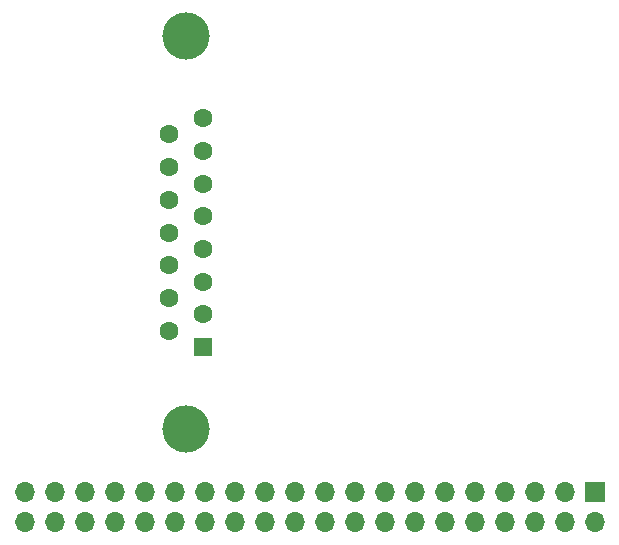
<source format=gbr>
%TF.GenerationSoftware,KiCad,Pcbnew,9.0.0*%
%TF.CreationDate,2025-03-15T18:46:04+01:00*%
%TF.ProjectId,VGA_adapter,5647415f-6164-4617-9074-65722e6b6963,rev?*%
%TF.SameCoordinates,Original*%
%TF.FileFunction,Copper,L2,Bot*%
%TF.FilePolarity,Positive*%
%FSLAX46Y46*%
G04 Gerber Fmt 4.6, Leading zero omitted, Abs format (unit mm)*
G04 Created by KiCad (PCBNEW 9.0.0) date 2025-03-15 18:46:04*
%MOMM*%
%LPD*%
G01*
G04 APERTURE LIST*
%TA.AperFunction,ComponentPad*%
%ADD10C,1.600000*%
%TD*%
%TA.AperFunction,ComponentPad*%
%ADD11R,1.600000X1.600000*%
%TD*%
%TA.AperFunction,ComponentPad*%
%ADD12C,4.000000*%
%TD*%
%TA.AperFunction,ComponentPad*%
%ADD13R,1.700000X1.700000*%
%TD*%
%TA.AperFunction,ComponentPad*%
%ADD14O,1.700000X1.700000*%
%TD*%
G04 APERTURE END LIST*
D10*
%TO.P,J3,15*%
%TO.N,unconnected-(J3-Pad15)*%
X121670331Y-108690000D03*
%TO.P,J3,14*%
%TO.N,Net-(J3-Pad14)*%
X121670331Y-111460000D03*
%TO.P,J3,13*%
%TO.N,Net-(J3-Pad13)*%
X121670331Y-114230000D03*
%TO.P,J3,12*%
%TO.N,unconnected-(J3-Pad12)*%
X121670331Y-117000000D03*
%TO.P,J3,11*%
%TO.N,unconnected-(J3-Pad11)*%
X121670331Y-119770000D03*
%TO.P,J3,10*%
%TO.N,GND*%
X121670331Y-122540000D03*
%TO.P,J3,9*%
%TO.N,unconnected-(J3-Pad9)*%
X121670331Y-125310000D03*
%TO.P,J3,8*%
%TO.N,GND*%
X124510331Y-107305000D03*
%TO.P,J3,7*%
X124510331Y-110075000D03*
%TO.P,J3,6*%
X124510331Y-112845000D03*
%TO.P,J3,5*%
X124510331Y-115615000D03*
%TO.P,J3,4*%
%TO.N,unconnected-(J3-Pad4)*%
X124510331Y-118385000D03*
%TO.P,J3,3*%
%TO.N,/B*%
X124510331Y-121155000D03*
%TO.P,J3,2*%
%TO.N,/G*%
X124510331Y-123925000D03*
D11*
%TO.P,J3,1*%
%TO.N,/R*%
X124510331Y-126695000D03*
D12*
%TO.P,J3,0*%
%TO.N,GND*%
X123090331Y-133650000D03*
X123090331Y-100350000D03*
%TD*%
D13*
%TO.P,J2,1,Pin_1*%
%TO.N,VCCIO1*%
X157700000Y-138960000D03*
D14*
%TO.P,J2,40,Pin_40*%
%TO.N,VCC_1V2*%
X157700000Y-141500000D03*
%TO.P,J2,2,Pin_2*%
%TO.N,/PIO1_01*%
X155160000Y-138960000D03*
%TO.P,J2,39,Pin_39*%
%TO.N,VCC_1V2*%
X155160000Y-141500000D03*
%TO.P,J2,3,Pin_3*%
%TO.N,/PIO1_03*%
X152620000Y-138960000D03*
%TO.P,J2,38,Pin_38*%
%TO.N,/PIO1_04*%
X152620000Y-141500000D03*
%TO.P,J2,4,Pin_4*%
%TO.N,GND*%
X150080000Y-138960000D03*
%TO.P,J2,37,Pin_37*%
X150080000Y-141500000D03*
%TO.P,J2,5,Pin_5*%
%TO.N,/PIO1_14*%
X147540000Y-138960000D03*
%TO.P,J2,36,Pin_36*%
%TO.N,/PIO1_08*%
X147540000Y-141500000D03*
%TO.P,J2,6,Pin_6*%
%TO.N,/PIO1_16*%
X145000000Y-138960000D03*
%TO.P,J2,35,Pin_35*%
%TO.N,/PIO1_12*%
X145000000Y-141500000D03*
%TO.P,J2,7,Pin_7*%
%TO.N,/PIO1_21*%
X142460000Y-138960000D03*
%TO.P,J2,34,Pin_34*%
%TO.N,/PIO1_20*%
X142460000Y-141500000D03*
%TO.P,J2,8,Pin_8*%
%TO.N,GND*%
X139920000Y-138960000D03*
%TO.P,J2,33,Pin_33*%
X139920000Y-141500000D03*
%TO.P,J2,9,Pin_9*%
%TO.N,/PIO1_22*%
X137380000Y-138960000D03*
%TO.P,J2,32,Pin_32*%
%TO.N,/PIO1_18*%
X137380000Y-141500000D03*
%TO.P,J2,10,Pin_10*%
%TO.N,/PIO1_42*%
X134840000Y-138960000D03*
%TO.P,J2,31,Pin_31*%
%TO.N,/PIO1_37*%
X134840000Y-141500000D03*
%TO.P,J2,11,Pin_11*%
%TO.N,/PIO1_29*%
X132300000Y-138960000D03*
%TO.P,J2,30,Pin_30*%
%TO.N,/PIO1_19*%
X132300000Y-141500000D03*
%TO.P,J2,12,Pin_12*%
%TO.N,GND*%
X129760000Y-138960000D03*
%TO.P,J2,29,Pin_29*%
X129760000Y-141500000D03*
%TO.P,J2,13,Pin_13*%
%TO.N,/PIO1_32*%
X127220000Y-138960000D03*
%TO.P,J2,28,Pin_28*%
%TO.N,/GBIN2{slash}PIO1_28*%
X127220000Y-141500000D03*
%TO.P,J2,14,Pin_14*%
%TO.N,/PIO1_36*%
X124680000Y-138960000D03*
%TO.P,J2,27,Pin_27*%
%TO.N,/PIO1_30*%
X124680000Y-141500000D03*
%TO.P,J2,15,Pin_15*%
%TO.N,/PIO1_46*%
X122140000Y-138960000D03*
%TO.P,J2,26,Pin_26*%
%TO.N,/PIO1_34*%
X122140000Y-141500000D03*
%TO.P,J2,16,Pin_16*%
%TO.N,GND*%
X119600000Y-138960000D03*
%TO.P,J2,25,Pin_25*%
X119600000Y-141500000D03*
%TO.P,J2,17,Pin_17*%
%TO.N,/PIO1_44*%
X117060000Y-138960000D03*
%TO.P,J2,24,Pin_24*%
%TO.N,/PIO1_38*%
X117060000Y-141500000D03*
%TO.P,J2,18,Pin_18*%
%TO.N,/H_Sync*%
X114520000Y-138960000D03*
%TO.P,J2,23,Pin_23*%
%TO.N,/PIO1_40*%
X114520000Y-141500000D03*
%TO.P,J2,19,Pin_19*%
%TO.N,/PIO1_49*%
X111980000Y-138960000D03*
%TO.P,J2,22,Pin_22*%
%TO.N,/PIO1_47*%
X111980000Y-141500000D03*
%TO.P,J2,20,Pin_20*%
%TO.N,GND*%
X109440000Y-138960000D03*
%TO.P,J2,21,Pin_21*%
X109440000Y-141500000D03*
%TD*%
M02*

</source>
